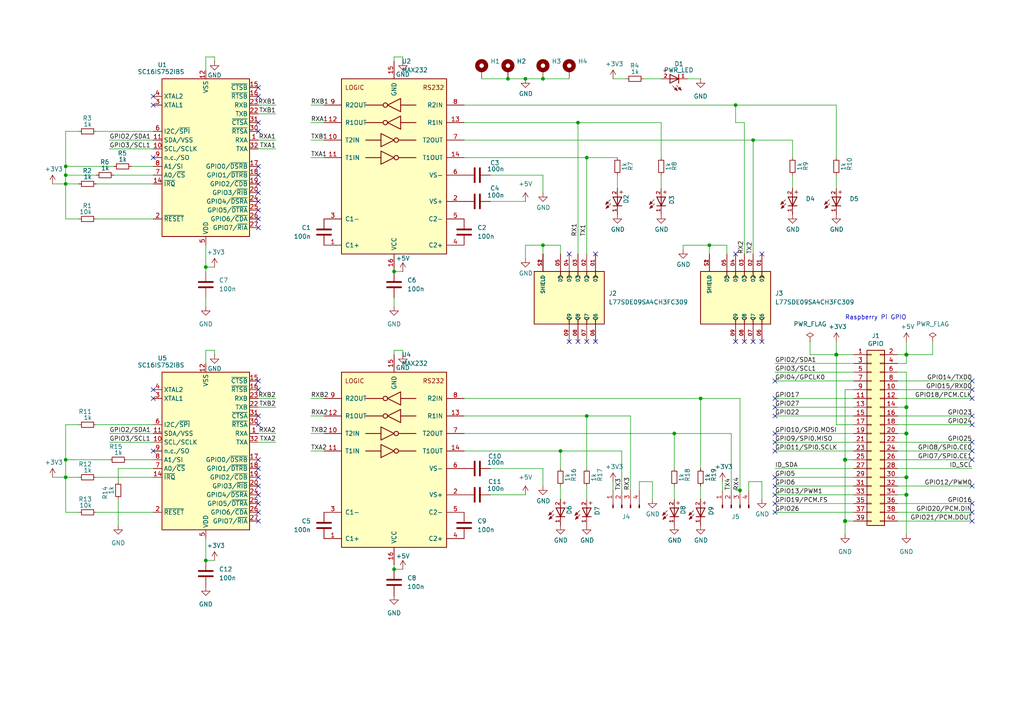
<source format=kicad_sch>
(kicad_sch (version 20231120) (generator "eeschema") (generator_version "8.0")
  (paper "A4")
  (title_block (title "Alex Harris Senior Capstone") (date "2025-01-13") (rev "2") (company "University of Utah"))
  (lib_symbols
    (symbol "+5V_1" (power) (pin_names (offset 0))
      (property "Value" "+5V" (at 0 3.556 0))
      (symbol "+5V_1_1_1"
        (pin power_in line (at 0 0 90) (length 0) hide (name "+5V") (number "1"))
      )
    )
    (symbol "Connector:Conn_01x04_Pin" (pin_names (offset 1.016) hide)
      (property "Reference" "J" (at 0 5.08 0))
      (property "Value" "Conn_01x04_Pin" (at 0 -7.62 0))
      (symbol "Conn_01x04_Pin_1_1"
        (pin passive line (at 5.08 2.54 180) (length 3.81) (name "Pin_1") (number "1"))
        (pin passive line (at 5.08 0 180) (length 3.81) (name "Pin_2") (number "2"))
        (pin passive line (at 5.08 -2.54 180) (length 3.81) (name "Pin_3") (number "3"))
        (pin passive line (at 5.08 -5.08 180) (length 3.81) (name "Pin_4") (number "4"))
      )
    )
    (symbol "Connector_Generic:Conn_02x20_Odd_Even" (pin_names (offset 1.016) hide)
      (property "Reference" "J" (at 1.27 25.4 0))
      (property "Value" "Conn_02x20_Odd_Even" (at 1.27 -27.94 0))
      (symbol "Conn_02x20_Odd_Even_1_1"
        (pin passive line (at -5.08 22.86 0) (length 3.81) (name "Pin_1") (number "1"))
        (pin passive line (at 7.62 12.7 180) (length 3.81) (name "Pin_10") (number "10"))
        (pin passive line (at -5.08 10.16 0) (length 3.81) (name "Pin_11") (number "11"))
        (pin passive line (at 7.62 10.16 180) (length 3.81) (name "Pin_12") (number "12"))
        (pin passive line (at -5.08 7.62 0) (length 3.81) (name "Pin_13") (number "13"))
        (pin passive line (at 7.62 7.62 180) (length 3.81) (name "Pin_14") (number "14"))
        (pin passive line (at -5.08 5.08 0) (length 3.81) (name "Pin_15") (number "15"))
        (pin passive line (at 7.62 5.08 180) (length 3.81) (name "Pin_16") (number "16"))
        (pin passive line (at -5.08 2.54 0) (length 3.81) (name "Pin_17") (number "17"))
        (pin passive line (at 7.62 2.54 180) (length 3.81) (name "Pin_18") (number "18"))
        (pin passive line (at -5.08 0 0) (length 3.81) (name "Pin_19") (number "19"))
        (pin passive line (at 7.62 22.86 180) (length 3.81) (name "Pin_2") (number "2"))
        (pin passive line (at 7.62 0 180) (length 3.81) (name "Pin_20") (number "20"))
        (pin passive line (at -5.08 -2.54 0) (length 3.81) (name "Pin_21") (number "21"))
        (pin passive line (at 7.62 -2.54 180) (length 3.81) (name "Pin_22") (number "22"))
        (pin passive line (at -5.08 -5.08 0) (length 3.81) (name "Pin_23") (number "23"))
        (pin passive line (at 7.62 -5.08 180) (length 3.81) (name "Pin_24") (number "24"))
        (pin passive line (at -5.08 -7.62 0) (length 3.81) (name "Pin_25") (number "25"))
        (pin passive line (at 7.62 -7.62 180) (length 3.81) (name "Pin_26") (number "26"))
        (pin passive line (at -5.08 -10.16 0) (length 3.81) (name "Pin_27") (number "27"))
        (pin passive line (at 7.62 -10.16 180) (length 3.81) (name "Pin_28") (number "28"))
        (pin passive line (at -5.08 -12.7 0) (length 3.81) (name "Pin_29") (number "29"))
        (pin passive line (at -5.08 20.32 0) (length 3.81) (name "Pin_3") (number "3"))
        (pin passive line (at 7.62 -12.7 180) (length 3.81) (name "Pin_30") (number "30"))
        (pin passive line (at -5.08 -15.24 0) (length 3.81) (name "Pin_31") (number "31"))
        (pin passive line (at 7.62 -15.24 180) (length 3.81) (name "Pin_32") (number "32"))
        (pin passive line (at -5.08 -17.78 0) (length 3.81) (name "Pin_33") (number "33"))
        (pin passive line (at 7.62 -17.78 180) (length 3.81) (name "Pin_34") (number "34"))
        (pin passive line (at -5.08 -20.32 0) (length 3.81) (name "Pin_35") (number "35"))
        (pin passive line (at 7.62 -20.32 180) (length 3.81) (name "Pin_36") (number "36"))
        (pin passive line (at -5.08 -22.86 0) (length 3.81) (name "Pin_37") (number "37"))
        (pin passive line (at 7.62 -22.86 180) (length 3.81) (name "Pin_38") (number "38"))
        (pin passive line (at -5.08 -25.4 0) (length 3.81) (name "Pin_39") (number "39"))
        (pin passive line (at 7.62 20.32 180) (length 3.81) (name "Pin_4") (number "4"))
        (pin passive line (at 7.62 -25.4 180) (length 3.81) (name "Pin_40") (number "40"))
        (pin passive line (at -5.08 17.78 0) (length 3.81) (name "Pin_5") (number "5"))
        (pin passive line (at 7.62 17.78 180) (length 3.81) (name "Pin_6") (number "6"))
        (pin passive line (at -5.08 15.24 0) (length 3.81) (name "Pin_7") (number "7"))
        (pin passive line (at 7.62 15.24 180) (length 3.81) (name "Pin_8") (number "8"))
        (pin passive line (at -5.08 12.7 0) (length 3.81) (name "Pin_9") (number "9"))
      )
    )
    (symbol "Device:C" (pin_numbers hide) (pin_names (offset 0.254))
      (property "Reference" "C" (at 0.635 2.54 0))
      (property "Value" "C" (at 0.635 -2.54 0))
      (symbol "C_1_1"
        (pin passive line (at 0 3.81 270) (length 2.794) (name "~") (number "1"))
        (pin passive line (at 0 -3.81 90) (length 2.794) (name "~") (number "2"))
      )
    )
    (symbol "Device:R_Small" (pin_numbers hide) (pin_names (offset 0.254) hide)
      (property "Reference" "R" (at 0.762 0.508 0))
      (property "Value" "R_Small" (at 0.762 -1.016 0))
      (symbol "R_Small_1_1"
        (pin passive line (at 0 2.54 270) (length 0.762) (name "~") (number "1"))
        (pin passive line (at 0 -2.54 90) (length 0.762) (name "~") (number "2"))
      )
    )
    (symbol "GND_1" (power) (pin_numbers hide) (pin_names (offset 0) hide)
      (property "Value" "GND" (at 0 -3.81 0))
      (symbol "GND_1_1_1"
        (pin power_in line (at 0 0 270) (length 0) (name "~") (number "1"))
      )
    )
    (symbol "Interface_UART:MAX232" (pin_names (offset 1.016))
      (property "Reference" "U" (at -2.54 28.575 0))
      (property "Value" "MAX232" (at -2.54 26.67 0))
      (symbol "MAX232_0_0"
        (text "LOGIC" (at -11.43 -22.86 0) (effects (font (size 1.27 1.27))))
        (text "RS232" (at 11.43 -22.86 0) (effects (font (size 1.27 1.27))))
      )
      (symbol "MAX232_1_1"
        (pin passive line (at -20.32 22.86 0) (length 5.08) (name "C1+") (number "1"))
        (pin input line (at -20.32 -7.62 0) (length 5.08) (name "T2IN") (number "10"))
        (pin input line (at -20.32 -2.54 0) (length 5.08) (name "T1IN") (number "11"))
        (pin output line (at -20.32 -12.7 0) (length 5.08) (name "R1OUT") (number "12"))
        (pin input line (at 20.32 -12.7 180) (length 5.08) (name "R1IN") (number "13"))
        (pin output line (at 20.32 -2.54 180) (length 5.08) (name "T1OUT") (number "14"))
        (pin power_in line (at 0 -30.48 90) (length 5.08) (name "GND") (number "15"))
        (pin power_in line (at 0 30.48 270) (length 5.08) (name "VCC") (number "16"))
        (pin power_out line (at 20.32 10.16 180) (length 5.08) (name "VS+") (number "2"))
        (pin passive line (at -20.32 15.24 0) (length 5.08) (name "C1-") (number "3"))
        (pin passive line (at 20.32 22.86 180) (length 5.08) (name "C2+") (number "4"))
        (pin passive line (at 20.32 15.24 180) (length 5.08) (name "C2-") (number "5"))
        (pin power_out line (at 20.32 2.54 180) (length 5.08) (name "VS-") (number "6"))
        (pin output line (at 20.32 -7.62 180) (length 5.08) (name "T2OUT") (number "7"))
        (pin input line (at 20.32 -17.78 180) (length 5.08) (name "R2IN") (number "8"))
        (pin output line (at -20.32 -17.78 0) (length 5.08) (name "R2OUT") (number "9"))
      )
    )
    (symbol "Interface_UART:SC16IS752IBS"
      (property "Reference" "U" (at -11.43 24.13 0))
      (property "Value" "SC16IS752IBS" (at 7.62 24.13 0))
      (symbol "SC16IS752IBS_1_1"
        (pin input line (at 15.24 -5.08 180) (length 2.54) (name "RXA") (number "1"))
        (pin input line (at -15.24 -2.54 0) (length 2.54) (name "SCL/SCLK") (number "10"))
        (pin bidirectional line (at -15.24 -5.08 0) (length 2.54) (name "SDA/VSS") (number "11"))
        (pin power_in line (at 0 -25.4 90) (length 2.54) (name "VSS") (number "12"))
        (pin passive line (at 0 25.4 270) (length 2.54) hide (name "VDD") (number "13"))
        (pin open_collector line (at -15.24 7.62 0) (length 2.54) (name "~{IRQ}") (number "14"))
        (pin input line (at 15.24 -20.32 180) (length 2.54) (name "~{CTSB}") (number "15"))
        (pin output line (at 15.24 -17.78 180) (length 2.54) (name "~{RTSB}") (number "16"))
        (pin bidirectional line (at 15.24 2.54 180) (length 2.54) (name "GPIO0/~{DSRB}") (number "17"))
        (pin bidirectional line (at 15.24 5.08 180) (length 2.54) (name "GPIO1/~{DTRB}") (number "18"))
        (pin bidirectional line (at 15.24 7.62 180) (length 2.54) (name "GPIO2/~{CDB}") (number "19"))
        (pin input line (at -15.24 17.78 0) (length 2.54) (name "~{RESET}") (number "2"))
        (pin bidirectional line (at 15.24 10.16 180) (length 2.54) (name "GPIO3/~{RIB}") (number "20"))
        (pin passive line (at 0 -25.4 90) (length 2.54) hide (name "VSS") (number "21"))
        (pin output line (at 15.24 -12.7 180) (length 2.54) (name "TXB") (number "22"))
        (pin input line (at 15.24 -15.24 180) (length 2.54) (name "RXB") (number "23"))
        (pin bidirectional line (at 15.24 12.7 180) (length 2.54) (name "GPIO4/~{DSRA}") (number "24"))
        (pin bidirectional line (at 15.24 15.24 180) (length 2.54) (name "GPIO5/~{DTRA}") (number "25"))
        (pin bidirectional line (at 15.24 17.78 180) (length 2.54) (name "GPIO6/~{CDA}") (number "26"))
        (pin bidirectional line (at 15.24 20.32 180) (length 2.54) (name "GPIO7/~{RIA}") (number "27"))
        (pin passive line (at 0 25.4 270) (length 2.54) hide (name "VDD") (number "28"))
        (pin passive line (at 0 -25.4 90) (length 2.54) hide (name "VSS") (number "29"))
        (pin input line (at -15.24 -15.24 0) (length 2.54) (name "XTAL1") (number "3"))
        (pin output line (at 15.24 -7.62 180) (length 2.54) (name "~{RTSA}") (number "30"))
        (pin input line (at 15.24 -10.16 180) (length 2.54) (name "~{CTSA}") (number "31"))
        (pin output line (at 15.24 -2.54 180) (length 2.54) (name "TXA") (number "32"))
        (pin passive line (at 0 -25.4 90) (length 2.54) hide (name "VSS") (number "33"))
        (pin output line (at -15.24 -17.78 0) (length 2.54) (name "XTAL2") (number "4"))
        (pin power_in line (at 0 25.4 270) (length 2.54) (name "VDD") (number "5"))
        (pin input line (at -15.24 -7.62 0) (length 2.54) (name "I2C/~{SPI}") (number "6"))
        (pin input line (at -15.24 5.08 0) (length 2.54) (name "A0/~{CS}") (number "7"))
        (pin input line (at -15.24 2.54 0) (length 2.54) (name "A1/SI") (number "8"))
        (pin output line (at -15.24 0 0) (length 2.54) (name "n.c./SO") (number "9"))
      )
    )
    (symbol "L77SDE09SA4CH3FC309:L77SDE09SA4CH3FC309" (pin_names (offset 1.016))
      (property "Reference" "J" (at -7.62 11.43 0))
      (property "Value" "L77SDE09SA4CH3FC309" (at -7.62 -12.7 0))
      (symbol "L77SDE09SA4CH3FC309_0_0"
        (pin passive line (at -12.7 7.62 0) (length 5.08) (name "01") (number "01"))
        (pin passive line (at -12.7 5.08 0) (length 5.08) (name "02") (number "02"))
        (pin passive line (at -12.7 2.54 0) (length 5.08) (name "03") (number "03"))
        (pin passive line (at -12.7 0 0) (length 5.08) (name "04") (number "04"))
        (pin passive line (at -12.7 -2.54 0) (length 5.08) (name "05") (number "05"))
        (pin passive line (at 12.7 7.62 180) (length 5.08) (name "06") (number "06"))
        (pin passive line (at 12.7 5.08 180) (length 5.08) (name "07") (number "07"))
        (pin passive line (at 12.7 2.54 180) (length 5.08) (name "08") (number "08"))
        (pin passive line (at 12.7 0 180) (length 5.08) (name "09") (number "09"))
        (pin passive line (at -12.7 -7.62 0) (length 5.08) (name "SHIELD") (number "S1"))
        (pin passive line (at -12.7 -7.62 0) (length 5.08) (name "SHIELD") (number "S2"))
      )
    )
    (symbol "Mechanical:MountingHole_Pad" (pin_numbers hide) (pin_names (offset 1.016) hide) (exclude_from_sim yes) (in_bom no)
      (property "Reference" "H" (at 0 6.35 0))
      (property "Value" "MountingHole_Pad" (at 0 4.445 0))
      (symbol "MountingHole_Pad_1_1"
        (pin input line (at 0 -2.54 90) (length 2.54) (name "1") (number "1"))
      )
    )
    (symbol "WL-SMCW_0603:WL-SMCW_0603" (pin_names (offset 1.016))
      (property "Reference" "D" (at -1.988 3.972 0))
      (property "Value" "WL-SMCW_0603" (at -2.628 -3.928 0))
      (symbol "WL-SMCW_0603_0_0"
        (text "+" (at 3.08 -1.74 0) (effects (font (size 1.27 1.27)) (justify left bottom)))
        (pin passive line (at -2.54 0 0) (length 2.54) (name "~") (number "1"))
        (pin passive line (at 5.08 0 180) (length 2.54) (name "~") (number "2"))
      )
    )
    (symbol "power:+3.3V" (power) (pin_names (offset 0))
      (property "Value" "+3.3V" (at 0 3.556 0))
      (symbol "+3.3V_1_1"
        (pin power_in line (at 0 0 90) (length 0) hide (name "+3V3") (number "1"))
      )
    )
    (symbol "power:+5V" (power) (pin_numbers hide) (pin_names (offset 0) hide)
      (property "Value" "+5V" (at 0 3.556 0))
      (symbol "+5V_1_1"
        (pin power_in line (at 0 0 90) (length 0) (name "~") (number "1"))
      )
    )
    (symbol "power:GND" (power) (pin_names (offset 0))
      (property "Value" "GND" (at 0 -3.81 0))
      (symbol "GND_1_1"
        (pin power_in line (at 0 0 270) (length 0) hide (name "GND") (number "1"))
      )
    )
    (symbol "power:PWR_FLAG" (power) (pin_numbers hide) (pin_names (offset 0) hide)
      (property "Value" "PWR_FLAG" (at 0 3.81 0))
      (symbol "PWR_FLAG_0_0"
        (pin power_out line (at 0 0 90) (length 0) (name "~") (number "1"))
      )
    )
  )
  (junction (at 205.74 71.12))
  (junction (at 19.05 50.8))
  (junction (at 262.89 102.87) (diameter 1.016))
  (junction (at 262.89 118.11) (diameter 1.016))
  (junction (at 214.63 142.24))
  (junction (at 170.18 120.65))
  (junction (at 218.44 40.64))
  (junction (at 19.05 138.43))
  (junction (at 19.05 53.34))
  (junction (at 59.69 77.47))
  (junction (at 114.3 78.74))
  (junction (at 170.18 45.72))
  (junction (at 59.69 162.56))
  (junction (at 213.36 30.48))
  (junction (at 245.11 151.13) (diameter 1.016))
  (junction (at 114.3 165.1))
  (junction (at 167.64 35.56))
  (junction (at 245.11 133.35) (diameter 1.016))
  (junction (at 262.89 143.51) (diameter 1.016))
  (junction (at 152.4 22.86))
  (junction (at 162.56 130.81))
  (junction (at 203.2 115.57))
  (junction (at 19.05 133.35))
  (junction (at 262.89 138.43) (diameter 1.016))
  (junction (at 147.32 22.86))
  (junction (at 157.48 22.86))
  (junction (at 195.58 125.73))
  (junction (at 262.89 125.73) (diameter 1.016))
  (junction (at 19.05 48.26))
  (junction (at 242.57 102.87) (diameter 1.016))
  (junction (at 157.48 71.12))
  (no_connect (at 220.98 99.06))
  (no_connect (at 281.94 120.65))
  (no_connect (at 44.45 130.81))
  (no_connect (at 74.93 48.26))
  (no_connect (at 44.45 45.72))
  (no_connect (at 44.45 113.03))
  (no_connect (at 281.94 130.81))
  (no_connect (at 281.94 151.13))
  (no_connect (at 281.94 146.05))
  (no_connect (at 74.93 27.94))
  (no_connect (at 215.9 99.06))
  (no_connect (at 74.93 123.19))
  (no_connect (at 74.93 140.97))
  (no_connect (at 74.93 38.1))
  (no_connect (at 165.1 73.66))
  (no_connect (at 213.36 99.06))
  (no_connect (at 224.79 130.81))
  (no_connect (at 74.93 25.4))
  (no_connect (at 74.93 66.04))
  (no_connect (at 170.18 99.06))
  (no_connect (at 281.94 128.27))
  (no_connect (at 281.94 113.03))
  (no_connect (at 44.45 30.48))
  (no_connect (at 281.94 148.59))
  (no_connect (at 74.93 113.03))
  (no_connect (at 281.94 123.19))
  (no_connect (at 224.79 128.27))
  (no_connect (at 74.93 110.49))
  (no_connect (at 224.79 120.65))
  (no_connect (at 224.79 140.97))
  (no_connect (at 224.79 138.43))
  (no_connect (at 74.93 135.89))
  (no_connect (at 224.79 110.49))
  (no_connect (at 74.93 60.96))
  (no_connect (at 74.93 138.43))
  (no_connect (at 224.79 115.57))
  (no_connect (at 74.93 50.8))
  (no_connect (at 213.36 73.66))
  (no_connect (at 74.93 120.65))
  (no_connect (at 74.93 55.88))
  (no_connect (at 281.94 140.97))
  (no_connect (at 281.94 115.57))
  (no_connect (at 74.93 133.35))
  (no_connect (at 44.45 27.94))
  (no_connect (at 74.93 148.59))
  (no_connect (at 74.93 151.13))
  (no_connect (at 74.93 63.5))
  (no_connect (at 224.79 146.05))
  (no_connect (at 218.44 99.06))
  (no_connect (at 224.79 143.51))
  (no_connect (at 74.93 35.56))
  (no_connect (at 165.1 99.06))
  (no_connect (at 220.98 73.66))
  (no_connect (at 172.72 73.66))
  (no_connect (at 224.79 118.11))
  (no_connect (at 44.45 115.57))
  (no_connect (at 224.79 125.73))
  (no_connect (at 167.64 99.06))
  (no_connect (at 281.94 110.49))
  (no_connect (at 224.79 148.59))
  (no_connect (at 74.93 143.51))
  (no_connect (at 74.93 146.05))
  (no_connect (at 281.94 133.35))
  (no_connect (at 172.72 99.06))
  (no_connect (at 74.93 58.42))
  (no_connect (at 74.93 53.34))
  (wire (pts (xy 245.11 133.35) (xy 245.11 151.13)))
  (wire (pts (xy 260.35 133.35) (xy 281.94 133.35)))
  (wire (pts (xy 31.75 128.27) (xy 44.45 128.27)))
  (wire (pts (xy 19.05 63.5) (xy 22.86 63.5)))
  (wire (pts (xy 247.65 115.57) (xy 224.79 115.57)))
  (wire (pts (xy 59.69 101.6) (xy 62.23 101.6)))
  (wire (pts (xy 262.89 107.95) (xy 262.89 118.11)))
  (wire (pts (xy 262.89 125.73) (xy 260.35 125.73)))
  (wire (pts (xy 185.42 139.7) (xy 185.42 142.24)))
  (wire (pts (xy 19.05 138.43) (xy 22.86 138.43)))
  (wire (pts (xy 134.62 35.56) (xy 167.64 35.56)))
  (wire (pts (xy 214.63 142.24) (xy 213.36 142.24)))
  (wire (pts (xy 114.3 17.78) (xy 114.3 16.51)))
  (wire (pts (xy 262.89 138.43) (xy 262.89 143.51)))
  (wire (pts (xy 209.55 139.7) (xy 209.55 142.24)))
  (wire (pts (xy 177.8 139.7) (xy 177.8 142.24)))
  (wire (pts (xy 195.58 140.97) (xy 195.58 144.78)))
  (wire (pts (xy 34.29 144.78) (xy 34.29 152.4)))
  (wire (pts (xy 139.7 22.86) (xy 147.32 22.86)))
  (wire (pts (xy 205.74 71.12) (xy 210.82 71.12)))
  (wire (pts (xy 74.93 33.02) (xy 80.01 33.02)))
  (wire (pts (xy 19.05 53.34) (xy 19.05 50.8)))
  (wire (pts (xy 262.89 125.73) (xy 262.89 138.43)))
  (wire (pts (xy 90.17 125.73) (xy 93.98 125.73)))
  (wire (pts (xy 203.2 140.97) (xy 203.2 144.78)))
  (wire (pts (xy 260.35 110.49) (xy 281.94 110.49)))
  (wire (pts (xy 59.69 20.32) (xy 59.69 16.51)))
  (wire (pts (xy 185.42 139.7) (xy 189.23 139.7)))
  (wire (pts (xy 27.94 123.19) (xy 44.45 123.19)))
  (wire (pts (xy 116.84 101.6) (xy 116.84 102.87)))
  (wire (pts (xy 245.11 113.03) (xy 245.11 133.35)))
  (wire (pts (xy 90.17 115.57) (xy 93.98 115.57)))
  (wire (pts (xy 212.09 125.73) (xy 212.09 142.24)))
  (wire (pts (xy 114.3 78.74) (xy 116.84 78.74)))
  (wire (pts (xy 162.56 140.97) (xy 162.56 144.78)))
  (wire (pts (xy 31.75 40.64) (xy 44.45 40.64)))
  (wire (pts (xy 198.12 71.12) (xy 205.74 71.12)))
  (wire (pts (xy 245.11 113.03) (xy 247.65 113.03)))
  (wire (pts (xy 260.35 130.81) (xy 281.94 130.81)))
  (wire (pts (xy 19.05 48.26) (xy 19.05 38.1)))
  (wire (pts (xy 247.65 135.89) (xy 224.79 135.89)))
  (wire (pts (xy 19.05 123.19) (xy 22.86 123.19)))
  (wire (pts (xy 19.05 133.35) (xy 19.05 123.19)))
  (wire (pts (xy 224.79 138.43) (xy 247.65 138.43)))
  (wire (pts (xy 205.74 71.12) (xy 205.74 73.66)))
  (wire (pts (xy 27.94 138.43) (xy 44.45 138.43)))
  (wire (pts (xy 198.12 71.12) (xy 198.12 72.39)))
  (wire (pts (xy 114.3 102.87) (xy 114.3 101.6)))
  (wire (pts (xy 90.17 35.56) (xy 93.98 35.56)))
  (wire (pts (xy 245.11 133.35) (xy 247.65 133.35)))
  (wire (pts (xy 199.39 22.86) (xy 203.2 22.86)))
  (wire (pts (xy 213.36 30.48) (xy 242.57 30.48)))
  (wire (pts (xy 38.1 48.26) (xy 44.45 48.26)))
  (wire (pts (xy 34.29 135.89) (xy 44.45 135.89)))
  (wire (pts (xy 90.17 30.48) (xy 93.98 30.48)))
  (wire (pts (xy 260.35 120.65) (xy 281.94 120.65)))
  (wire (pts (xy 27.94 38.1) (xy 44.45 38.1)))
  (wire (pts (xy 157.48 71.12) (xy 157.48 73.66)))
  (wire (pts (xy 59.69 16.51) (xy 62.23 16.51)))
  (wire (pts (xy 167.64 35.56) (xy 167.64 73.66)))
  (wire (pts (xy 191.77 35.56) (xy 191.77 45.72)))
  (wire (pts (xy 260.35 151.13) (xy 281.94 151.13)))
  (wire (pts (xy 245.11 151.13) (xy 245.11 154.94)))
  (wire (pts (xy 224.79 118.11) (xy 247.65 118.11)))
  (wire (pts (xy 134.62 115.57) (xy 203.2 115.57)))
  (wire (pts (xy 134.62 125.73) (xy 195.58 125.73)))
  (wire (pts (xy 242.57 99.06) (xy 242.57 102.87)))
  (wire (pts (xy 114.3 16.51) (xy 116.84 16.51)))
  (wire (pts (xy 59.69 105.41) (xy 59.69 101.6)))
  (wire (pts (xy 19.05 50.8) (xy 27.94 50.8)))
  (wire (pts (xy 217.17 139.7) (xy 220.98 139.7)))
  (wire (pts (xy 90.17 45.72) (xy 93.98 45.72)))
  (wire (pts (xy 203.2 115.57) (xy 214.63 115.57)))
  (wire (pts (xy 114.3 165.1) (xy 116.84 165.1)))
  (wire (pts (xy 262.89 143.51) (xy 260.35 143.51)))
  (wire (pts (xy 262.89 102.87) (xy 270.51 102.87)))
  (wire (pts (xy 134.62 30.48) (xy 213.36 30.48)))
  (wire (pts (xy 224.79 107.95) (xy 247.65 107.95)))
  (wire (pts (xy 180.34 130.81) (xy 180.34 142.24)))
  (wire (pts (xy 162.56 130.81) (xy 180.34 130.81)))
  (wire (pts (xy 27.94 148.59) (xy 44.45 148.59)))
  (wire (pts (xy 242.57 30.48) (xy 242.57 45.72)))
  (wire (pts (xy 217.17 139.7) (xy 217.17 142.24)))
  (wire (pts (xy 191.77 50.8) (xy 191.77 54.61)))
  (wire (pts (xy 224.79 130.81) (xy 247.65 130.81)))
  (wire (pts (xy 234.95 99.06) (xy 234.95 102.87)))
  (wire (pts (xy 170.18 45.72) (xy 170.18 73.66)))
  (wire (pts (xy 167.64 35.56) (xy 191.77 35.56)))
  (wire (pts (xy 242.57 123.19) (xy 247.65 123.19)))
  (wire (pts (xy 270.51 102.87) (xy 270.51 99.06)))
  (wire (pts (xy 19.05 63.5) (xy 19.05 53.34)))
  (wire (pts (xy 74.93 43.18) (xy 80.01 43.18)))
  (wire (pts (xy 19.05 53.34) (xy 22.86 53.34)))
  (wire (pts (xy 59.69 78.74) (xy 59.69 77.47)))
  (wire (pts (xy 247.65 105.41) (xy 224.79 105.41)))
  (wire (pts (xy 170.18 140.97) (xy 170.18 144.78)))
  (wire (pts (xy 262.89 102.87) (xy 262.89 105.41)))
  (wire (pts (xy 203.2 115.57) (xy 203.2 135.89)))
  (wire (pts (xy 157.48 135.89) (xy 142.24 135.89)))
  (wire (pts (xy 214.63 115.57) (xy 214.63 142.24)))
  (wire (pts (xy 262.89 118.11) (xy 262.89 125.73)))
  (wire (pts (xy 90.17 130.81) (xy 93.98 130.81)))
  (wire (pts (xy 218.44 40.64) (xy 229.87 40.64)))
  (wire (pts (xy 19.05 133.35) (xy 31.75 133.35)))
  (wire (pts (xy 260.35 115.57) (xy 281.94 115.57)))
  (wire (pts (xy 229.87 40.64) (xy 229.87 45.72)))
  (wire (pts (xy 262.89 118.11) (xy 260.35 118.11)))
  (wire (pts (xy 90.17 120.65) (xy 93.98 120.65)))
  (wire (pts (xy 31.75 125.73) (xy 44.45 125.73)))
  (wire (pts (xy 215.9 35.56) (xy 213.36 35.56)))
  (wire (pts (xy 134.62 45.72) (xy 170.18 45.72)))
  (wire (pts (xy 262.89 99.06) (xy 262.89 102.87)))
  (wire (pts (xy 220.98 139.7) (xy 220.98 144.78)))
  (wire (pts (xy 157.48 50.8) (xy 142.24 50.8)))
  (wire (pts (xy 114.3 86.36) (xy 114.3 88.9)))
  (wire (pts (xy 224.79 110.49) (xy 247.65 110.49)))
  (wire (pts (xy 186.69 22.86) (xy 191.77 22.86)))
  (wire (pts (xy 147.32 22.86) (xy 152.4 22.86)))
  (wire (pts (xy 262.89 102.87) (xy 260.35 102.87)))
  (wire (pts (xy 242.57 102.87) (xy 242.57 123.19)))
  (wire (pts (xy 260.35 123.19) (xy 281.94 123.19)))
  (wire (pts (xy 59.69 156.21) (xy 59.69 162.56)))
  (wire (pts (xy 157.48 140.97) (xy 157.48 135.89)))
  (wire (pts (xy 260.35 113.03) (xy 281.94 113.03)))
  (wire (pts (xy 59.69 86.36) (xy 59.69 88.9)))
  (wire (pts (xy 195.58 125.73) (xy 212.09 125.73)))
  (wire (pts (xy 234.95 102.87) (xy 242.57 102.87)))
  (wire (pts (xy 218.44 40.64) (xy 218.44 73.66)))
  (wire (pts (xy 229.87 50.8) (xy 229.87 54.61)))
  (wire (pts (xy 242.57 50.8) (xy 242.57 54.61)))
  (wire (pts (xy 170.18 120.65) (xy 170.18 135.89)))
  (wire (pts (xy 224.79 120.65) (xy 247.65 120.65)))
  (wire (pts (xy 224.79 128.27) (xy 247.65 128.27)))
  (wire (pts (xy 152.4 71.12) (xy 157.48 71.12)))
  (wire (pts (xy 19.05 50.8) (xy 19.05 48.26)))
  (wire (pts (xy 215.9 35.56) (xy 215.9 73.66)))
  (wire (pts (xy 162.56 71.12) (xy 162.56 73.66)))
  (wire (pts (xy 177.8 22.86) (xy 181.61 22.86)))
  (wire (pts (xy 19.05 38.1) (xy 22.86 38.1)))
  (wire (pts (xy 74.93 125.73) (xy 80.01 125.73)))
  (wire (pts (xy 170.18 120.65) (xy 182.88 120.65)))
  (wire (pts (xy 224.79 140.97) (xy 247.65 140.97)))
  (wire (pts (xy 27.94 53.34) (xy 44.45 53.34)))
  (wire (pts (xy 262.89 105.41) (xy 260.35 105.41)))
  (wire (pts (xy 116.84 16.51) (xy 116.84 17.78)))
  (wire (pts (xy 114.3 163.83) (xy 114.3 165.1)))
  (wire (pts (xy 15.24 138.43) (xy 19.05 138.43)))
  (wire (pts (xy 224.79 146.05) (xy 247.65 146.05)))
  (wire (pts (xy 213.36 35.56) (xy 213.36 30.48)))
  (wire (pts (xy 157.48 22.86) (xy 165.1 22.86)))
  (wire (pts (xy 74.93 118.11) (xy 80.01 118.11)))
  (wire (pts (xy 33.02 50.8) (xy 44.45 50.8)))
  (wire (pts (xy 34.29 139.7) (xy 34.29 135.89)))
  (wire (pts (xy 260.35 146.05) (xy 281.94 146.05)))
  (wire (pts (xy 195.58 125.73) (xy 195.58 135.89)))
  (wire (pts (xy 114.3 101.6) (xy 116.84 101.6)))
  (wire (pts (xy 62.23 162.56) (xy 59.69 162.56)))
  (wire (pts (xy 260.35 140.97) (xy 281.94 140.97)))
  (wire (pts (xy 245.11 151.13) (xy 247.65 151.13)))
  (wire (pts (xy 19.05 148.59) (xy 22.86 148.59)))
  (wire (pts (xy 260.35 148.59) (xy 281.94 148.59)))
  (wire (pts (xy 210.82 71.12) (xy 210.82 73.66)))
  (wire (pts (xy 262.89 107.95) (xy 260.35 107.95)))
  (wire (pts (xy 74.93 115.57) (xy 80.01 115.57)))
  (wire (pts (xy 62.23 101.6) (xy 62.23 102.87)))
  (wire (pts (xy 19.05 133.35) (xy 19.05 138.43)))
  (wire (pts (xy 224.79 148.59) (xy 247.65 148.59)))
  (wire (pts (xy 62.23 77.47) (xy 59.69 77.47)))
  (wire (pts (xy 134.62 130.81) (xy 162.56 130.81)))
  (wire (pts (xy 19.05 48.26) (xy 33.02 48.26)))
  (wire (pts (xy 162.56 130.81) (xy 162.56 135.89)))
  (wire (pts (xy 27.94 63.5) (xy 44.45 63.5)))
  (wire (pts (xy 90.17 40.64) (xy 93.98 40.64)))
  (wire (pts (xy 74.93 128.27) (xy 80.01 128.27)))
  (wire (pts (xy 142.24 58.42) (xy 152.4 58.42)))
  (wire (pts (xy 189.23 139.7) (xy 189.23 144.78)))
  (wire (pts (xy 157.48 55.88) (xy 157.48 50.8)))
  (wire (pts (xy 157.48 71.12) (xy 162.56 71.12)))
  (wire (pts (xy 36.83 133.35) (xy 44.45 133.35)))
  (wire (pts (xy 31.75 43.18) (xy 44.45 43.18)))
  (wire (pts (xy 134.62 40.64) (xy 218.44 40.64)))
  (wire (pts (xy 170.18 45.72) (xy 179.07 45.72)))
  (wire (pts (xy 262.89 143.51) (xy 262.89 154.94)))
  (wire (pts (xy 260.35 128.27) (xy 281.94 128.27)))
  (wire (pts (xy 247.65 143.51) (xy 224.79 143.51)))
  (wire (pts (xy 182.88 120.65) (xy 182.88 142.24)))
  (wire (pts (xy 152.4 22.86) (xy 157.48 22.86)))
  (wire (pts (xy 134.62 120.65) (xy 170.18 120.65)))
  (wire (pts (xy 74.93 40.64) (xy 80.01 40.64)))
  (wire (pts (xy 59.69 71.12) (xy 59.69 77.47)))
  (wire (pts (xy 262.89 138.43) (xy 260.35 138.43)))
  (wire (pts (xy 179.07 50.8) (xy 179.07 54.61)))
  (wire (pts (xy 152.4 71.12) (xy 152.4 74.93)))
  (wire (pts (xy 242.57 102.87) (xy 247.65 102.87)))
  (wire (pts (xy 74.93 30.48) (xy 80.01 30.48)))
  (wire (pts (xy 142.24 143.51) (xy 152.4 143.51)))
  (wire (pts (xy 62.23 16.51) (xy 62.23 17.78)))
  (wire (pts (xy 15.24 53.34) (xy 19.05 53.34)))
  (wire (pts (xy 19.05 148.59) (xy 19.05 138.43)))
  (wire (pts (xy 247.65 125.73) (xy 224.79 125.73)))
  (wire (pts (xy 260.35 135.89) (xy 281.94 135.89)))
  (text "Raspberry Pi GPIO\n" (at 254 92.202 0) (effects (font (size 1.27 1.27))))
  (label "RX4" (at 214.63 142.24 90))
  (label "ID_SDA" (at 224.79 135.89 0))
  (label "GPIO2{slash}SDA1" (at 31.75 40.64 0))
  (label "GPIO6" (at 224.79 140.97 0))
  (label "TXB1" (at 90.17 40.64 0))
  (label "TXB2" (at 90.17 125.73 0))
  (label "TX3" (at 180.34 142.24 90))
  (label "ID_SCL" (at 281.94 135.89 180))
  (label "GPIO5" (at 224.79 138.43 0))
  (label "GPIO3{slash}SCL1" (at 31.75 43.18 0))
  (label "TX4" (at 212.09 142.24 90))
  (label "GPIO21{slash}PCM.DOUT" (at 281.94 151.13 180))
  (label "GPIO19{slash}PCM.FS" (at 224.79 146.05 0))
  (label "GPIO10{slash}SPI0.MOSI" (at 224.79 125.73 0))
  (label "GPIO9{slash}SPI0.MISO" (at 224.79 128.27 0))
  (label "RXA2" (at 90.17 120.65 0))
  (label "GPIO23" (at 281.94 120.65 180))
  (label "RXA1" (at 80.01 40.64 180))
  (label "GPIO4{slash}GPCLK0" (at 224.79 110.49 0))
  (label "GPIO27" (at 224.79 118.11 0))
  (label "GPIO26" (at 224.79 148.59 0))
  (label "TXA1" (at 80.01 43.18 180))
  (label "GPIO14{slash}TXD0" (at 281.94 110.49 180))
  (label "GPIO2{slash}SDA1" (at 31.75 125.73 0))
  (label "GPIO8{slash}SPI0.CE0" (at 281.94 130.81 180))
  (label "GPIO15{slash}RXD0" (at 281.94 113.03 180))
  (label "RX2" (at 215.9 73.66 90))
  (label "GPIO16" (at 281.94 146.05 180))
  (label "RXA2" (at 80.01 125.73 180))
  (label "RXA1" (at 90.17 35.56 0))
  (label "RXB2" (at 80.01 115.57 180))
  (label "GPIO22" (at 224.79 120.65 0))
  (label "GPIO2{slash}SDA1" (at 224.79 105.41 0))
  (label "GPIO17" (at 224.79 115.57 0))
  (label "TXB1" (at 80.01 33.02 180))
  (label "GPIO3{slash}SCL1" (at 31.75 128.27 0))
  (label "GPIO25" (at 281.94 128.27 180))
  (label "RXB1" (at 90.17 30.48 0))
  (label "GPIO3{slash}SCL1" (at 224.79 107.95 0))
  (label "GPIO18{slash}PCM.CLK" (at 281.94 115.57 180))
  (label "GPIO12{slash}PWM0" (at 281.94 140.97 180))
  (label "TXA2" (at 90.17 130.81 0))
  (label "RX3" (at 182.88 142.24 90))
  (label "GPIO13{slash}PWM1" (at 224.79 143.51 0))
  (label "GPIO20{slash}PCM.DIN" (at 281.94 148.59 180))
  (label "RXB2" (at 90.17 115.57 0))
  (label "GPIO24" (at 281.94 123.19 180))
  (label "TX2" (at 218.44 73.66 90))
  (label "GPIO7{slash}SPI0.CE1" (at 281.94 133.35 180))
  (label "RX1" (at 167.64 68.58 90))
  (label "RXB1" (at 80.01 30.48 180))
  (label "TXA1" (at 90.17 45.72 0))
  (label "TXB2" (at 80.01 118.11 180))
  (label "TXA2" (at 80.01 128.27 180))
  (label "GPIO11{slash}SPI0.SCLK" (at 224.79 130.81 0))
  (label "TX1" (at 170.18 68.58 90))
  (symbol (lib_name "+5V_1") (lib_id "power:+5V") (at 262.89 99.06 0) (unit 1)
    (property "Reference" "#PWR01" (effects (hide yes)))
    (property "Value" "+5V" (at 263.2583 94.7356 0))
  )
  (symbol (lib_id "power:+3.3V") (at 242.57 99.06 0) (unit 1)
    (property "Reference" "#PWR04" (effects (hide yes)))
    (property "Value" "+3V3" (at 242.9383 94.7356 0))
  )
  (symbol (lib_id "Connector_Generic:Conn_02x20_Odd_Even") (at 252.73 125.73 0) (unit 1)
    (property "Reference" "J1" (at 254 97.3898 0))
    (property "Value" "GPIO" (at 254 99.695 0))
    (property "Footprint" "Connector_PinSocket_2.54mm:PinSocket_2x20_P2.54mm_Vertical" (effects (hide yes)))
  )
  (symbol (lib_id "power:GND") (at 198.12 72.39 0) (unit 1)
    (property "Reference" "#PWR06" (effects (hide yes)))
    (property "Value" "GND" (at 198.2343 76.7144 0))
  )
  (symbol (lib_id "Device:C") (at 93.98 67.31 0) (mirror y) (unit 1)
    (property "Reference" "C1" (at 90.17 66.0399 0) (effects (justify left)))
    (property "Value" "100n" (at 90.17 68.5799 0) (effects (justify left)))
    (property "Footprint" "Capacitor_SMD:C_0805_2012Metric" (effects (hide yes)))
    (property "Description" "Unpolarized capacitor" (effects (hide yes)))
  )
  (symbol (lib_id "Device:R_Small") (at 30.48 50.8 90) (unit 1)
    (property "Reference" "R6" (at 31.75 46.99 90) (effects (justify left)))
    (property "Value" "1k" (at 31.75 48.768 90) (effects (justify left)))
    (property "Footprint" "Resistor_SMD:R_0805_2012Metric_Pad1.20x1.40mm_HandSolder" (effects (hide yes)))
  )
  (symbol (lib_id "Device:R_Small") (at 34.29 133.35 90) (unit 1)
    (property "Reference" "R15" (at 35.56 129.54 90) (effects (justify left)))
    (property "Value" "1k" (at 35.56 131.318 90) (effects (justify left)))
    (property "Footprint" "Resistor_SMD:R_0805_2012Metric_Pad1.20x1.40mm_HandSolder" (effects (hide yes)))
  )
  (symbol (lib_id "Device:R_Small") (at 25.4 38.1 90) (unit 1)
    (property "Reference" "R3" (at 26.67 34.29 90) (effects (justify left)))
    (property "Value" "1k" (at 26.67 36.068 90) (effects (justify left)))
    (property "Footprint" "Resistor_SMD:R_0805_2012Metric_Pad1.20x1.40mm_HandSolder" (effects (hide yes)))
  )
  (symbol (lib_id "power:+3.3V") (at 15.24 53.34 0) (unit 1)
    (property "Reference" "#PWR012" (effects (hide yes)))
    (property "Value" "+3V3" (at 15.6083 49.0156 0))
  )
  (symbol (lib_id "power:+5V") (at 152.4 58.42 0) (unit 1)
    (property "Reference" "#PWR09" (effects (hide yes)))
    (property "Value" "+5V" (at 152.4 53.34 0))
    (property "Description" "Power symbol creates a global label with name \"+5V\"" (effects (hide yes)))
  )
  (symbol (lib_id "power:GND") (at 162.56 152.4 0) (unit 1)
    (property "Reference" "#PWR037" (effects (hide yes)))
    (property "Value" "GND" (at 162.6743 156.7244 0))
  )
  (symbol (lib_id "Device:C") (at 114.3 82.55 0) (unit 1)
    (property "Reference" "C6" (at 118.11 81.2799 0) (effects (justify left)))
    (property "Value" "100n" (at 118.11 83.8199 0) (effects (justify left)))
    (property "Footprint" "Capacitor_SMD:C_0805_2012Metric" (effects (hide yes)))
    (property "Description" "Unpolarized capacitor" (effects (hide yes)))
  )
  (symbol (lib_id "L77SDE09SA4CH3FC309:L77SDE09SA4CH3FC309") (at 213.36 86.36 270) (unit 1)
    (property "Reference" "J3" (at 224.79 85.0899 90) (effects (justify left)))
    (property "Value" "L77SDE09SA4CH3FC309" (at 224.79 87.6299 90) (effects (justify left)))
    (property "Footprint" "L77SDE09SA4CH3FC309:AMPHENOL_L77SDE09SA4CH3FC309" (effects (hide yes)))
    (property "MF" "Amphenol ICC (Commercial Products)" (effects (hide yes)))
    (property "MAXIMUM_PACKAGE_HEIGHT" "12.55mm" (effects (hide yes)))
    (property "Package" "None" (effects (hide yes)))
    (property "Price" "None" (effects (hide yes)))
    (property "Check_prices" "https://www.snapeda.com/parts/L77SDE09SA4CH3FC309/Amphenol/view-part/?ref=eda" (effects (hide yes)))
    (property "STANDARD" "Manufacturer Recommendations" (effects (hide yes)))
    (property "PARTREV" "1" (effects (hide yes)))
    (property "SnapEDA_Link" "https://www.snapeda.com/parts/L77SDE09SA4CH3FC309/Amphenol/view-part/?ref=snap" (effects (hide yes)))
    (property "MP" "L77SDE09SA4CH3FC309" (effects (hide yes)))
    (property "Description_1" "\n                        \n                            Dsub, Stamped Signal 3A, Right Angle PCB Through Hole, FP=8.08mm (0.318in), Row Pitch 2.84mm, 09 Socket, 0.76m (30in) Gold, Bright Tin Shell, M3 Front Screwlock, Ground Tab with Boardlock\n                        \n" (effects (hide yes)))
    (property "Availability" "In Stock" (effects (hide yes)))
    (property "MANUFACTURER" "Amphenol" (effects (hide yes)))
  )
  (symbol (lib_id "Device:C") (at 138.43 50.8 90) (unit 1)
    (property "Reference" "C3" (at 143.51 47.244 90))
    (property "Value" "100n" (at 143.764 49.022 90))
    (property "Footprint" "Capacitor_SMD:C_0805_2012Metric" (effects (hide yes)))
    (property "Description" "Unpolarized capacitor" (effects (hide yes)))
  )
  (symbol (lib_id "power:GND") (at 189.23 144.78 0) (unit 1)
    (property "Reference" "#PWR026" (effects (hide yes)))
    (property "Value" "GND" (at 189.3443 149.1044 0))
  )
  (symbol (lib_id "Mechanical:MountingHole_Pad") (at 139.7 20.32 0) (unit 1) (exclude_from_sim yes) (in_bom no)
    (property "Reference" "H1" (at 142.24 17.7799 0) (effects (justify left)))
    (property "Value" "MountingHole_Pad" (effects (hide yes)))
    (property "Footprint" "MountingHole:MountingHole_2.2mm_M2_ISO7380_Pad_TopBottom" (effects (hide yes)))
    (property "Description" "Mounting Hole with connection" (effects (hide yes)))
  )
  (symbol (lib_id "power:PWR_FLAG") (at 270.51 99.06 0) (unit 1)
    (property "Reference" "#FLG01" (effects (hide yes)))
    (property "Value" "PWR_FLAG" (at 270.51 93.98 0))
    (property "Description" "Special symbol for telling ERC where power comes from" (effects (hide yes)))
  )
  (symbol (lib_name "GND_1") (lib_id "power:GND") (at 114.3 172.72 0) (unit 1)
    (property "Reference" "#PWR023" (effects (hide yes)))
    (property "Value" "GND" (at 114.3 177.8 0))
    (property "Description" "Power symbol creates a global label with name \"GND\" , ground" (effects (hide yes)))
  )
  (symbol (lib_id "power:GND") (at 203.2 152.4 0) (unit 1)
    (property "Reference" "#PWR040" (effects (hide yes)))
    (property "Value" "GND" (at 203.3143 156.7244 0))
  )
  (symbol (lib_id "WL-SMCW_0603:WL-SMCW_0603") (at 191.77 59.69 90) (unit 1)
    (property "Reference" "D3" (at 194.818 56.642 0) (effects (justify right)))
    (property "Value" "WL-SMCW_0603" (effects (hide yes)))
    (property "Footprint" "WL-SMCW_0603:WL-SMCW_0603" (effects (hide yes)))
    (property "MF" "Wurth Elektronik" (effects (hide yes)))
    (property "Description_1" "0603, Bright Green, Typ.(@20mA): 570nm, 40mcd, 2.0V, 140° AlInGaP" (effects (hide yes)))
    (property "Package" "0603 Würth Elektronik" (effects (hide yes)))
    (property "Price" "None" (effects (hide yes)))
    (property "SnapEDA_Link" "https://www.snapeda.com/parts/150060VS75000/Wurth+Electronics/view-part/?ref=snap" (effects (hide yes)))
    (property "MP" "150060VS75000" (effects (hide yes)))
    (property "Availability" "In Stock" (effects (hide yes)))
    (property "Check_prices" "https://www.snapeda.com/parts/150060VS75000/Wurth+Electronics/view-part/?ref=eda" (effects (hide yes)))
  )
  (symbol (lib_id "Mechanical:MountingHole_Pad") (at 157.48 20.32 0) (unit 1) (exclude_from_sim yes) (in_bom no)
    (property "Reference" "H3" (at 160.02 17.7799 0) (effects (justify left)))
    (property "Value" "MountingHole_Pad" (effects (hide yes)))
    (property "Footprint" "MountingHole:MountingHole_2.2mm_M2_ISO7380_Pad_TopBottom" (effects (hide yes)))
    (property "Description" "Mounting Hole with connection" (effects (hide yes)))
  )
  (symbol (lib_id "power:+3.3V") (at 62.23 162.56 0) (unit 1)
    (property "Reference" "#PWR032" (effects (hide yes)))
    (property "Value" "+3V3" (at 62.5983 158.2356 0))
  )
  (symbol (lib_id "Device:R_Small") (at 162.56 138.43 0) (unit 1)
    (property "Reference" "R16" (at 166.37 139.7 90) (effects (justify left)))
    (property "Value" "1k" (at 164.592 139.7 90) (effects (justify left)))
    (property "Footprint" "Resistor_SMD:R_0805_2012Metric_Pad1.20x1.40mm_HandSolder" (effects (hide yes)))
  )
  (symbol (lib_id "Device:R_Small") (at 35.56 48.26 90) (unit 1)
    (property "Reference" "R5" (at 36.83 44.45 90) (effects (justify left)))
    (property "Value" "1k" (at 36.83 46.228 90) (effects (justify left)))
    (property "Footprint" "Resistor_SMD:R_0805_2012Metric_Pad1.20x1.40mm_HandSolder" (effects (hide yes)))
  )
  (symbol (lib_id "Device:R_Small") (at 25.4 148.59 90) (unit 1)
    (property "Reference" "R13" (at 26.67 144.78 90) (effects (justify left)))
    (property "Value" "10k" (at 26.67 146.558 90) (effects (justify left)))
    (property "Footprint" "Resistor_SMD:R_0805_2012Metric_Pad1.20x1.40mm_HandSolder" (effects (hide yes)))
  )
  (symbol (lib_name "GND_1") (lib_id "power:GND") (at 245.11 154.94 0) (unit 1)
    (property "Reference" "#PWR02" (effects (hide yes)))
    (property "Value" "GND" (at 245.11 160.02 0))
    (property "Description" "Power symbol creates a global label with name \"GND\" , ground" (effects (hide yes)))
  )
  (symbol (lib_id "WL-SMCW_0603:WL-SMCW_0603") (at 179.07 59.69 90) (unit 1)
    (property "Reference" "D2" (at 181.61 56.388 0) (effects (justify right)))
    (property "Value" "WL-SMCW_0603" (effects (hide yes)))
    (property "Footprint" "WL-SMCW_0603:WL-SMCW_0603" (effects (hide yes)))
    (property "MF" "Wurth Elektronik" (effects (hide yes)))
    (property "Description_1" "0603, Bright Green, Typ.(@20mA): 570nm, 40mcd, 2.0V, 140° AlInGaP" (effects (hide yes)))
    (property "Package" "0603 Würth Elektronik" (effects (hide yes)))
    (property "Price" "None" (effects (hide yes)))
    (property "SnapEDA_Link" "https://www.snapeda.com/parts/150060VS75000/Wurth+Electronics/view-part/?ref=snap" (effects (hide yes)))
    (property "MP" "150060VS75000" (effects (hide yes)))
    (property "Availability" "In Stock" (effects (hide yes)))
    (property "Check_prices" "https://www.snapeda.com/parts/150060VS75000/Wurth+Electronics/view-part/?ref=eda" (effects (hide yes)))
  )
  (symbol (lib_id "Mechanical:MountingHole_Pad") (at 165.1 20.32 0) (unit 1) (exclude_from_sim yes) (in_bom no)
    (property "Reference" "H4" (at 167.64 17.7799 0) (effects (justify left)))
    (property "Value" "MountingHole_Pad" (effects (hide yes)))
    (property "Footprint" "MountingHole:MountingHole_2.2mm_M2_ISO7380_Pad_TopBottom" (effects (hide yes)))
    (property "Description" "Mounting Hole with connection" (effects (hide yes)))
  )
  (symbol (lib_id "Device:C") (at 59.69 82.55 0) (unit 1)
    (property "Reference" "C7" (at 63.5 81.2799 0) (effects (justify left)))
    (property "Value" "100n" (at 63.5 83.8199 0) (effects (justify left)))
    (property "Footprint" "Capacitor_SMD:C_0805_2012Metric" (effects (hide yes)))
    (property "Description" "Unpolarized capacitor" (effects (hide yes)))
  )
  (symbol (lib_id "Mechanical:MountingHole_Pad") (at 147.32 20.32 0) (unit 1) (exclude_from_sim yes) (in_bom no)
    (property "Reference" "H2" (at 149.86 17.7799 0) (effects (justify left)))
    (property "Value" "MountingHole_Pad" (effects (hide yes)))
    (property "Footprint" "MountingHole:MountingHole_2.2mm_M2_ISO7380_Pad_TopBottom" (effects (hide yes)))
    (property "Description" "Mounting Hole with connection" (effects (hide yes)))
  )
  (symbol (lib_id "Device:R_Small") (at 34.29 142.24 180) (unit 1)
    (property "Reference" "R14" (at 30.48 140.97 90) (effects (justify left)))
    (property "Value" "1k" (at 32.258 140.97 90) (effects (justify left)))
    (property "Footprint" "Resistor_SMD:R_0805_2012Metric_Pad1.20x1.40mm_HandSolder" (effects (hide yes)))
  )
  (symbol (lib_id "WL-SMCW_0603:WL-SMCW_0603") (at 170.18 149.86 90) (unit 1)
    (property "Reference" "D7" (at 173.228 146.812 0) (effects (justify right)))
    (property "Value" "WL-SMCW_0603" (effects (hide yes)))
    (property "Footprint" "WL-SMCW_0603:WL-SMCW_0603" (effects (hide yes)))
    (property "MF" "Wurth Elektronik" (effects (hide yes)))
    (property "Description_1" "0603, Bright Green, Typ.(@20mA): 570nm, 40mcd, 2.0V, 140° AlInGaP" (effects (hide yes)))
    (property "Package" "0603 Würth Elektronik" (effects (hide yes)))
    (property "Price" "None" (effects (hide yes)))
    (property "SnapEDA_Link" "https://www.snapeda.com/parts/150060VS75000/Wurth+Electronics/view-part/?ref=snap" (effects (hide yes)))
    (property "MP" "150060VS75000" (effects (hide yes)))
    (property "Availability" "In Stock" (effects (hide yes)))
    (property "Check_prices" "https://www.snapeda.com/parts/150060VS75000/Wurth+Electronics/view-part/?ref=eda" (effects (hide yes)))
  )
  (symbol (lib_id "Interface_UART:SC16IS752IBS") (at 59.69 45.72 0) (mirror x) (unit 1)
    (property "Reference" "U1" (at 45.72 18.796 0) (effects (justify left)))
    (property "Value" "SC16IS752IBS" (at 39.878 20.828 0) (effects (justify left)))
    (property "Footprint" "Package_DFN_QFN:VQFN-32-1EP_5x5mm_P0.5mm_EP3.1x3.1mm" (effects (hide yes)))
    (property "Datasheet" "https://www.nxp.com/docs/en/data-sheet/SC16IS752_SC16IS762.pdf" (effects (hide yes)))
    (property "Description" "Dual UART with I2C/SPI interface, 64 bytes of transmit and receive FIFOs, IrDA SIR built-in support, HVQFN-32" (effects (hide yes)))
  )
  (symbol (lib_name "GND_1") (lib_id "power:GND") (at 262.89 154.94 0) (unit 1)
    (property "Reference" "#PWR03" (effects (hide yes)))
    (property "Value" "GND" (at 262.89 160.02 0))
    (property "Description" "Power symbol creates a global label with name \"GND\" , ground" (effects (hide yes)))
  )
  (symbol (lib_id "power:GND") (at 242.57 62.23 0) (unit 1)
    (property "Reference" "#PWR021" (effects (hide yes)))
    (property "Value" "GND" (at 242.6843 66.5544 0))
  )
  (symbol (lib_name "GND_1") (lib_id "power:GND") (at 114.3 88.9 0) (unit 1)
    (property "Reference" "#PWR018" (effects (hide yes)))
    (property "Value" "GND" (at 114.3 93.98 0))
    (property "Description" "Power symbol creates a global label with name \"GND\" , ground" (effects (hide yes)))
  )
  (symbol (lib_id "power:GND") (at 179.07 62.23 0) (unit 1)
    (property "Reference" "#PWR013" (effects (hide yes)))
    (property "Value" "GND" (at 179.1843 66.5544 0))
  )
  (symbol (lib_id "Device:C") (at 138.43 143.51 90) (unit 1)
    (property "Reference" "C11" (at 143.51 139.7 90))
    (property "Value" "100n" (at 143.764 141.732 90))
    (property "Footprint" "Capacitor_SMD:C_0805_2012Metric" (effects (hide yes)))
    (property "Description" "Unpolarized capacitor" (effects (hide yes)))
  )
  (symbol (lib_id "WL-SMCW_0603:WL-SMCW_0603") (at 203.2 149.86 90) (unit 1)
    (property "Reference" "D9" (at 206.248 146.812 0) (effects (justify right)))
    (property "Value" "WL-SMCW_0603" (effects (hide yes)))
    (property "Footprint" "WL-SMCW_0603:WL-SMCW_0603" (effects (hide yes)))
    (property "MF" "Wurth Elektronik" (effects (hide yes)))
    (property "Description_1" "0603, Bright Green, Typ.(@20mA): 570nm, 40mcd, 2.0V, 140° AlInGaP" (effects (hide yes)))
    (property "Package" "0603 Würth Elektronik" (effects (hide yes)))
    (property "Price" "None" (effects (hide yes)))
    (property "SnapEDA_Link" "https://www.snapeda.com/parts/150060VS75000/Wurth+Electronics/view-part/?ref=snap" (effects (hide yes)))
    (property "MP" "150060VS75000" (effects (hide yes)))
    (property "Availability" "In Stock" (effects (hide yes)))
    (property "Check_prices" "https://www.snapeda.com/parts/150060VS75000/Wurth+Electronics/view-part/?ref=eda" (effects (hide yes)))
  )
  (symbol (lib_id "power:+3.3V") (at 15.24 138.43 0) (unit 1)
    (property "Reference" "#PWR033" (effects (hide yes)))
    (property "Value" "+3V3" (at 15.6083 134.1056 0))
  )
  (symbol (lib_id "Device:C") (at 138.43 58.42 90) (unit 1)
    (property "Reference" "C4" (at 143.51 54.61 90))
    (property "Value" "100n" (at 143.764 56.642 90))
    (property "Footprint" "Capacitor_SMD:C_0805_2012Metric" (effects (hide yes)))
    (property "Description" "Unpolarized capacitor" (effects (hide yes)))
  )
  (symbol (lib_id "WL-SMCW_0603:WL-SMCW_0603") (at 196.85 22.86 180) (unit 1)
    (property "Reference" "D1" (at 195.58 18.542 0) (effects (justify right)))
    (property "Value" "PWR_LED" (at 192.532 20.32 0) (effects (justify right)))
    (property "Footprint" "WL-SMCW_0603:WL-SMCW_0603" (effects (hide yes)))
    (property "Description" "PWR_LED" (effects (hide yes)))
    (property "MF" "Wurth Elektronik" (effects (hide yes)))
    (property "Description_1" "0603, Bright Green, Typ.(@20mA): 570nm, 40mcd, 2.0V, 140° AlInGaP" (effects (hide yes)))
    (property "Package" "0603 Würth Elektronik" (effects (hide yes)))
    (property "Price" "None" (effects (hide yes)))
    (property "SnapEDA_Link" "https://www.snapeda.com/parts/150060VS75000/Wurth+Electronics/view-part/?ref=snap" (effects (hide yes)))
    (property "MP" "150060VS75000" (effects (hide yes)))
    (property "Availability" "In Stock" (effects (hide yes)))
    (property "Check_prices" "https://www.snapeda.com/parts/150060VS75000/Wurth+Electronics/view-part/?ref=eda" (effects (hide yes)))
  )
  (symbol (lib_id "Device:R_Small") (at 25.4 63.5 90) (unit 1)
    (property "Reference" "R1" (at 26.67 59.69 90) (effects (justify left)))
    (property "Value" "10k" (at 26.67 61.468 90) (effects (justify left)))
    (property "Footprint" "Resistor_SMD:R_0805_2012Metric_Pad1.20x1.40mm_HandSolder" (effects (hide yes)))
  )
  (symbol (lib_id "WL-SMCW_0603:WL-SMCW_0603") (at 229.87 59.69 90) (unit 1)
    (property "Reference" "D4" (at 233.68 57.6716 90) (effects (justify right)))
    (property "Value" "WL-SMCW_0603" (effects (hide yes)))
    (property "Footprint" "WL-SMCW_0603:WL-SMCW_0603" (effects (hide yes)))
    (property "MF" "Wurth Elektronik" (effects (hide yes)))
    (property "Description_1" "0603, Bright Green, Typ.(@20mA): 570nm, 40mcd, 2.0V, 140° AlInGaP" (effects (hide yes)))
    (property "Package" "0603 Würth Elektronik" (effects (hide yes)))
    (property "Price" "None" (effects (hide yes)))
    (property "SnapEDA_Link" "https://www.snapeda.com/parts/150060VS75000/Wurth+Electronics/view-part/?ref=snap" (effects (hide yes)))
    (property "MP" "150060VS75000" (effects (hide yes)))
    (property "Availability" "In Stock" (effects (hide yes)))
    (property "Check_prices" "https://www.snapeda.com/parts/150060VS75000/Wurth+Electronics/view-part/?ref=eda" (effects (hide yes)))
  )
  (symbol (lib_id "Device:R_Small") (at 242.57 48.26 0) (unit 1)
    (property "Reference" "R10" (at 246.38 49.53 90) (effects (justify left)))
    (property "Value" "1k" (at 244.602 49.53 90) (effects (justify left)))
    (property "Footprint" "Resistor_SMD:R_0805_2012Metric_Pad1.20x1.40mm_HandSolder" (effects (hide yes)))
  )
  (symbol (lib_id "Device:R_Small") (at 25.4 53.34 90) (unit 1)
    (property "Reference" "R2" (at 26.67 49.53 90) (effects (justify left)))
    (property "Value" "1k" (at 26.67 51.308 90) (effects (justify left)))
    (property "Footprint" "Resistor_SMD:R_0805_2012Metric_Pad1.20x1.40mm_HandSolder" (effects (hide yes)))
  )
  (symbol (lib_id "WL-SMCW_0603:WL-SMCW_0603") (at 195.58 149.86 90) (unit 1)
    (property "Reference" "D8" (at 198.12 146.558 0) (effects (justify right)))
    (property "Value" "WL-SMCW_0603" (effects (hide yes)))
    (property "Footprint" "WL-SMCW_0603:WL-SMCW_0603" (effects (hide yes)))
    (property "MF" "Wurth Elektronik" (effects (hide yes)))
    (property "Description_1" "0603, Bright Green, Typ.(@20mA): 570nm, 40mcd, 2.0V, 140° AlInGaP" (effects (hide yes)))
    (property "Package" "0603 Würth Elektronik" (effects (hide yes)))
    (property "Price" "None" (effects (hide yes)))
    (property "SnapEDA_Link" "https://www.snapeda.com/parts/150060VS75000/Wurth+Electronics/view-part/?ref=snap" (effects (hide yes)))
    (property "MP" "150060VS75000" (effects (hide yes)))
    (property "Availability" "In Stock" (effects (hide yes)))
    (property "Check_prices" "https://www.snapeda.com/parts/150060VS75000/Wurth+Electronics/view-part/?ref=eda" (effects (hide yes)))
  )
  (symbol (lib_id "WL-SMCW_0603:WL-SMCW_0603") (at 162.56 149.86 90) (unit 1)
    (property "Reference" "D6" (at 165.1 146.558 0) (effects (justify right)))
    (property "Value" "WL-SMCW_0603" (effects (hide yes)))
    (property "Footprint" "WL-SMCW_0603:WL-SMCW_0603" (effects (hide yes)))
    (property "MF" "Wurth Elektronik" (effects (hide yes)))
    (property "Description_1" "0603, Bright Green, Typ.(@20mA): 570nm, 40mcd, 2.0V, 140° AlInGaP" (effects (hide yes)))
    (property "Package" "0603 Würth Elektronik" (effects (hide yes)))
    (property "Price" "None" (effects (hide yes)))
    (property "SnapEDA_Link" "https://www.snapeda.com/parts/150060VS75000/Wurth+Electronics/view-part/?ref=snap" (effects (hide yes)))
    (property "MP" "150060VS75000" (effects (hide yes)))
    (property "Availability" "In Stock" (effects (hide yes)))
    (property "Check_prices" "https://www.snapeda.com/parts/150060VS75000/Wurth+Electronics/view-part/?ref=eda" (effects (hide yes)))
  )
  (symbol (lib_id "power:+3.3V") (at 62.23 77.47 0) (unit 1)
    (property "Reference" "#PWR014" (effects (hide yes)))
    (property "Value" "+3V3" (at 62.5983 73.1456 0))
  )
  (symbol (lib_id "Device:R_Small") (at 184.15 22.86 90) (unit 1)
    (property "Reference" "R4" (at 185.42 19.05 90) (effects (justify left)))
    (property "Value" "1k" (at 185.42 20.828 90) (effects (justify left)))
    (property "Footprint" "Resistor_SMD:R_0805_2012Metric_Pad1.20x1.40mm_HandSolder" (effects (hide yes)))
  )
  (symbol (lib_name "GND_1") (lib_id "power:GND") (at 62.23 17.78 0) (unit 1)
    (property "Reference" "#PWR019" (effects (hide yes)))
    (property "Value" "GND" (at 62.23 21.844 0))
    (property "Description" "Power symbol creates a global label with name \"GND\" , ground" (effects (hide yes)))
  )
  (symbol (lib_id "power:GND") (at 191.77 62.23 0) (unit 1)
    (property "Reference" "#PWR015" (effects (hide yes)))
    (property "Value" "GND" (at 191.8843 66.5544 0))
  )
  (symbol (lib_id "Device:R_Small") (at 179.07 48.26 0) (unit 1)
    (property "Reference" "R7" (at 182.88 49.53 90) (effects (justify left)))
    (property "Value" "1k" (at 181.102 49.53 90) (effects (justify left)))
    (property "Footprint" "Resistor_SMD:R_0805_2012Metric_Pad1.20x1.40mm_HandSolder" (effects (hide yes)))
  )
  (symbol (lib_id "Device:R_Small") (at 229.87 48.26 0) (unit 1)
    (property "Reference" "R9" (at 233.68 49.53 90) (effects (justify left)))
    (property "Value" "1k" (at 231.902 49.53 90) (effects (justify left)))
    (property "Footprint" "Resistor_SMD:R_0805_2012Metric_Pad1.20x1.40mm_HandSolder" (effects (hide yes)))
  )
  (symbol (lib_name "GND_1") (lib_id "power:GND") (at 203.2 22.86 0) (unit 1)
    (property "Reference" "#PWR017" (effects (hide yes)))
    (property "Value" "GND" (at 203.2 27.94 0))
    (property "Description" "Power symbol creates a global label with name \"GND\" , ground" (effects (hide yes)))
  )
  (symbol (lib_id "Device:C") (at 114.3 168.91 0) (unit 1)
    (property "Reference" "C8" (at 118.11 167.6399 0) (effects (justify left)))
    (property "Value" "100n" (at 118.11 170.1799 0) (effects (justify left)))
    (property "Footprint" "Capacitor_SMD:C_0805_2012Metric" (effects (hide yes)))
    (property "Description" "Unpolarized capacitor" (effects (hide yes)))
  )
  (symbol (lib_id "Device:C") (at 59.69 166.37 0) (unit 1)
    (property "Reference" "C12" (at 63.5 165.0999 0) (effects (justify left)))
    (property "Value" "100n" (at 63.5 167.6399 0) (effects (justify left)))
    (property "Footprint" "Capacitor_SMD:C_0805_2012Metric" (effects (hide yes)))
    (property "Description" "Unpolarized capacitor" (effects (hide yes)))
  )
  (symbol (lib_id "Device:R_Small") (at 170.18 138.43 0) (unit 1)
    (property "Reference" "R17" (at 173.99 139.7 90) (effects (justify left)))
    (property "Value" "1k" (at 172.212 139.7 90) (effects (justify left)))
    (property "Footprint" "Resistor_SMD:R_0805_2012Metric_Pad1.20x1.40mm_HandSolder" (effects (hide yes)))
  )
  (symbol (lib_id "power:+3.3V") (at 177.8 139.7 0) (unit 1)
    (property "Reference" "#PWR041" (effects (hide yes)))
    (property "Value" "+3V3" (at 178.1683 135.3756 0))
  )
  (symbol (lib_id "power:GND") (at 152.4 22.86 0) (unit 1)
    (property "Reference" "#PWR022" (effects (hide yes)))
    (property "Value" "GND" (at 152.5143 27.1844 0))
  )
  (symbol (lib_id "Device:R_Small") (at 25.4 123.19 90) (unit 1)
    (property "Reference" "R11" (at 26.67 119.38 90) (effects (justify left)))
    (property "Value" "1k" (at 26.67 121.158 90) (effects (justify left)))
    (property "Footprint" "Resistor_SMD:R_0805_2012Metric_Pad1.20x1.40mm_HandSolder" (effects (hide yes)))
  )
  (symbol (lib_id "power:GND") (at 157.48 55.88 0) (unit 1)
    (property "Reference" "#PWR011" (effects (hide yes)))
    (property "Value" "GND" (at 157.5943 60.2044 0))
  )
  (symbol (lib_id "Connector:Conn_01x04_Pin") (at 180.34 147.32 90) (unit 1)
    (property "Reference" "J4" (at 181.61 149.86 90))
    (property "Value" "Conn_01x04_Pin" (effects (hide yes)))
    (property "Footprint" "Connector_PinHeader_2.54mm:PinHeader_1x04_P2.54mm_Vertical" (effects (hide yes)))
    (property "Description" "Generic connector, single row, 01x04, script generated" (effects (hide yes)))
  )
  (symbol (lib_id "power:PWR_FLAG") (at 234.95 99.06 0) (unit 1)
    (property "Reference" "#FLG02" (effects (hide yes)))
    (property "Value" "PWR_FLAG" (at 234.95 93.98 0))
    (property "Description" "Special symbol for telling ERC where power comes from" (effects (hide yes)))
  )
  (symbol (lib_id "power:+5V") (at 116.84 165.1 0) (unit 1)
    (property "Reference" "#PWR025" (effects (hide yes)))
    (property "Value" "+5V" (at 116.84 161.29 0))
    (property "Description" "Power symbol creates a global label with name \"+5V\"" (effects (hide yes)))
  )
  (symbol (lib_id "L77SDE09SA4CH3FC309:L77SDE09SA4CH3FC309") (at 165.1 86.36 270) (unit 1)
    (property "Reference" "J2" (at 176.53 85.0899 90) (effects (justify left)))
    (property "Value" "L77SDE09SA4CH3FC309" (at 176.53 87.6299 90) (effects (justify left)))
    (property "Footprint" "L77SDE09SA4CH3FC309:AMPHENOL_L77SDE09SA4CH3FC309" (effects (hide yes)))
    (property "MF" "Amphenol ICC (Commercial Products)" (effects (hide yes)))
    (property "MAXIMUM_PACKAGE_HEIGHT" "12.55mm" (effects (hide yes)))
    (property "Package" "None" (effects (hide yes)))
    (property "Price" "None" (effects (hide yes)))
    (property "Check_prices" "https://www.snapeda.com/parts/L77SDE09SA4CH3FC309/Amphenol/view-part/?ref=eda" (effects (hide yes)))
    (property "STANDARD" "Manufacturer Recommendations" (effects (hide yes)))
    (property "PARTREV" "1" (effects (hide yes)))
    (property "SnapEDA_Link" "https://www.snapeda.com/parts/L77SDE09SA4CH3FC309/Amphenol/view-part/?ref=snap" (effects (hide yes)))
    (property "MP" "L77SDE09SA4CH3FC309" (effects (hide yes)))
    (property "Description_1" "\n                        \n                            Dsub, Stamped Signal 3A, Right Angle PCB Through Hole, FP=8.08mm (0.318in), Row Pitch 2.84mm, 09 Socket, 0.76m (30in) Gold, Bright Tin Shell, M3 Front Screwlock, Ground Tab with Boardlock\n                        \n" (effects (hide yes)))
    (property "Availability" "In Stock" (effects (hide yes)))
    (property "MANUFACTURER" "Amphenol" (effects (hide yes)))
  )
  (symbol (lib_id "power:GND") (at 152.4 74.93 0) (unit 1)
    (property "Reference" "#PWR05" (effects (hide yes)))
    (property "Value" "GND" (at 152.5143 79.2544 0))
  )
  (symbol (lib_id "Device:R_Small") (at 195.58 138.43 0) (unit 1)
    (property "Reference" "R18" (at 199.39 139.7 90) (effects (justify left)))
    (property "Value" "1k" (at 197.612 139.7 90) (effects (justify left)))
    (property "Footprint" "Resistor_SMD:R_0805_2012Metric_Pad1.20x1.40mm_HandSolder" (effects (hide yes)))
  )
  (symbol (lib_id "Connector:Conn_01x04_Pin") (at 212.09 147.32 90) (unit 1)
    (property "Reference" "J5" (at 213.36 149.86 90))
    (property "Value" "Conn_01x04_Pin" (effects (hide yes)))
    (property "Footprint" "Connector_PinHeader_2.54mm:PinHeader_1x04_P2.54mm_Vertical" (effects (hide yes)))
    (property "Description" "Generic connector, single row, 01x04, script generated" (effects (hide yes)))
  )
  (symbol (lib_name "GND_1") (lib_id "power:GND") (at 116.84 17.78 0) (unit 1)
    (property "Reference" "#PWR08" (effects (hide yes)))
    (property "Value" "GND" (at 116.84 21.59 0))
    (property "Description" "Power symbol creates a global label with name \"GND\" , ground" (effects (hide yes)))
  )
  (symbol (lib_id "Device:R_Small") (at 25.4 138.43 90) (unit 1)
    (property "Reference" "R12" (at 26.67 134.62 90) (effects (justify left)))
    (property "Value" "1k" (at 26.67 136.398 90) (effects (justify left)))
    (property "Footprint" "Resistor_SMD:R_0805_2012Metric_Pad1.20x1.40mm_HandSolder" (effects (hide yes)))
  )
  (symbol (lib_id "Device:C") (at 134.62 67.31 0) (unit 1)
    (property "Reference" "C2" (at 138.43 66.0399 0) (effects (justify left)))
    (property "Value" "100n" (at 138.43 68.5799 0) (effects (justify left)))
    (property "Footprint" "Capacitor_SMD:C_0805_2012Metric" (effects (hide yes)))
    (property "Description" "Unpolarized capacitor" (effects (hide yes)))
  )
  (symbol (lib_id "power:+5V") (at 152.4 143.51 0) (unit 1)
    (property "Reference" "#PWR027" (effects (hide yes)))
    (property "Value" "+5V" (at 152.4 138.43 0))
    (property "Description" "Power symbol creates a global label with name \"+5V\"" (effects (hide yes)))
  )
  (symbol (lib_name "GND_1") (lib_id "power:GND") (at 116.84 102.87 0) (unit 1)
    (property "Reference" "#PWR024" (effects (hide yes)))
    (property "Value" "GND" (at 116.84 106.68 0))
    (property "Description" "Power symbol creates a global label with name \"GND\" , ground" (effects (hide yes)))
  )
  (symbol (lib_name "GND_1") (lib_id "power:GND") (at 34.29 152.4 0) (unit 1)
    (property "Reference" "#PWR036" (effects (hide yes)))
    (property "Value" "GND" (at 34.29 157.48 0))
    (property "Description" "Power symbol creates a global label with name \"GND\" , ground" (effects (hide yes)))
  )
  (symbol (lib_id "Interface_UART:MAX232") (at 114.3 133.35 0) (mirror x) (unit 1)
    (property "Reference" "U4" (at 116.4941 102.87 0) (effects (justify left)))
    (property "Value" "MAX232" (at 116.4941 105.41 0) (effects (justify left)))
    (property "Footprint" "Package_SO:TSSOP-16_4.4x5mm_P0.65mm" (effects (hide yes)))
    (property "Datasheet" "http://www.ti.com/lit/ds/symlink/max232.pdf" (effects (hide yes)))
    (property "Description" "Dual RS232 driver/receiver, 5V supply, 120kb/s, 0C-70C" (effects (hide yes)))
  )
  (symbol (lib_id "power:GND") (at 170.18 152.4 0) (unit 1)
    (property "Reference" "#PWR038" (effects (hide yes)))
    (property "Value" "GND" (at 170.2943 156.7244 0))
  )
  (symbol (lib_id "Device:R_Small") (at 191.77 48.26 0) (unit 1)
    (property "Reference" "R8" (at 195.58 49.53 90) (effects (justify left)))
    (property "Value" "1k" (at 193.802 49.53 90) (effects (justify left)))
    (property "Footprint" "Resistor_SMD:R_0805_2012Metric_Pad1.20x1.40mm_HandSolder" (effects (hide yes)))
  )
  (symbol (lib_id "WL-SMCW_0603:WL-SMCW_0603") (at 242.57 59.69 90) (unit 1)
    (property "Reference" "D5" (at 246.38 57.6716 90) (effects (justify right)))
    (property "Value" "WL-SMCW_0603" (effects (hide yes)))
    (property "Footprint" "WL-SMCW_0603:WL-SMCW_0603" (effects (hide yes)))
    (property "MF" "Wurth Elektronik" (effects (hide yes)))
    (property "Description_1" "0603, Bright Green, Typ.(@20mA): 570nm, 40mcd, 2.0V, 140° AlInGaP" (effects (hide yes)))
    (property "Package" "0603 Würth Elektronik" (effects (hide yes)))
    (property "Price" "None" (effects (hide yes)))
    (property "SnapEDA_Link" "https://www.snapeda.com/parts/150060VS75000/Wurth+Electronics/view-part/?ref=snap" (effects (hide yes)))
    (property "MP" "150060VS75000" (effects (hide yes)))
    (property "Availability" "In Stock" (effects (hide yes)))
    (property "Check_prices" "https://www.snapeda.com/parts/150060VS75000/Wurth+Electronics/view-part/?ref=eda" (effects (hide yes)))
  )
  (symbol (lib_id "power:+5V") (at 116.84 78.74 0) (unit 1)
    (property "Reference" "#PWR010" (effects (hide yes)))
    (property "Value" "+5V" (at 116.84 74.93 0))
    (property "Description" "Power symbol creates a global label with name \"+5V\"" (effects (hide yes)))
  )
  (symbol (lib_id "power:GND") (at 229.87 62.23 0) (unit 1)
    (property "Reference" "#PWR020" (effects (hide yes)))
    (property "Value" "GND" (at 229.9843 66.5544 0))
  )
  (symbol (lib_id "power:GND") (at 157.48 140.97 0) (unit 1)
    (property "Reference" "#PWR028" (effects (hide yes)))
    (property "Value" "GND" (at 157.5943 145.2944 0))
  )
  (symbol (lib_name "GND_1") (lib_id "power:GND") (at 59.69 88.9 0) (unit 1)
    (property "Reference" "#PWR07" (effects (hide yes)))
    (property "Value" "GND" (at 59.69 93.98 0))
    (property "Description" "Power symbol creates a global label with name \"GND\" , ground" (effects (hide yes)))
  )
  (symbol (lib_id "Device:C") (at 138.43 135.89 90) (unit 1)
    (property "Reference" "C10" (at 143.51 132.334 90))
    (property "Value" "100n" (at 143.764 134.112 90))
    (property "Footprint" "Capacitor_SMD:C_0805_2012Metric" (effects (hide yes)))
    (property "Description" "Unpolarized capacitor" (effects (hide yes)))
  )
  (symbol (lib_id "Interface_UART:SC16IS752IBS") (at 59.69 130.81 0) (mirror x) (unit 1)
    (property "Reference" "U5" (at 45.72 103.886 0) (effects (justify left)))
    (property "Value" "SC16IS752IBS" (at 39.878 105.918 0) (effects (justify left)))
    (property "Footprint" "Package_DFN_QFN:VQFN-32-1EP_5x5mm_P0.5mm_EP3.1x3.1mm" (effects (hide yes)))
    (property "Datasheet" "https://www.nxp.com/docs/en/data-sheet/SC16IS752_SC16IS762.pdf" (effects (hide yes)))
    (property "Description" "Dual UART with I2C/SPI interface, 64 bytes of transmit and receive FIFOs, IrDA SIR built-in support, HVQFN-32" (effects (hide yes)))
  )
  (symbol (lib_id "power:GND") (at 220.98 144.78 0) (unit 1)
    (property "Reference" "#PWR029" (effects (hide yes)))
    (property "Value" "GND" (at 221.0943 149.1044 0))
  )
  (symbol (lib_name "GND_1") (lib_id "power:GND") (at 62.23 102.87 0) (unit 1)
    (property "Reference" "#PWR031" (effects (hide yes)))
    (property "Value" "GND" (at 62.23 106.934 0))
    (property "Description" "Power symbol creates a global label with name \"GND\" , ground" (effects (hide yes)))
  )
  (symbol (lib_id "Device:R_Small") (at 203.2 138.43 0) (unit 1)
    (property "Reference" "R19" (at 207.01 139.7 90) (effects (justify left)))
    (property "Value" "1k" (at 205.232 139.7 90) (effects (justify left)))
    (property "Footprint" "Resistor_SMD:R_0805_2012Metric_Pad1.20x1.40mm_HandSolder" (effects (hide yes)))
  )
  (symbol (lib_id "power:+3.3V") (at 177.8 22.86 0) (unit 1)
    (property "Reference" "#PWR016" (effects (hide yes)))
    (property "Value" "+3V3" (at 178.1683 18.5356 0))
  )
  (symbol (lib_id "power:+3.3V") (at 209.55 139.7 0) (unit 1)
    (property "Reference" "#PWR034" (effects (hide yes)))
    (property "Value" "+3V3" (at 209.9183 135.3756 0))
  )
  (symbol (lib_id "Device:C") (at 93.98 152.4 0) (mirror y) (unit 1)
    (property "Reference" "C5" (at 90.17 151.1299 0) (effects (justify left)))
    (property "Value" "100n" (at 90.17 153.6699 0) (effects (justify left)))
    (property "Footprint" "Capacitor_SMD:C_0805_2012Metric" (effects (hide yes)))
    (property "Description" "Unpolarized capacitor" (effects (hide yes)))
  )
  (symbol (lib_id "Interface_UART:MAX232") (at 114.3 48.26 0) (mirror x) (unit 1)
    (property "Reference" "U2" (at 116.4941 17.78 0) (effects (justify left)))
    (property "Value" "MAX232" (at 116.4941 20.32 0) (effects (justify left)))
    (property "Footprint" "Package_SO:TSSOP-16_4.4x5mm_P0.65mm" (effects (hide yes)))
    (property "Datasheet" "http://www.ti.com/lit/ds/symlink/max232.pdf" (effects (hide yes)))
    (property "Description" "Dual RS232 driver/receiver, 5V supply, 120kb/s, 0C-70C" (effects (hide yes)))
  )
  (symbol (lib_name "GND_1") (lib_id "power:GND") (at 59.69 170.18 0) (unit 1)
    (property "Reference" "#PWR030" (effects (hide yes)))
    (property "Value" "GND" (at 59.69 175.26 0))
    (property "Description" "Power symbol creates a global label with name \"GND\" , ground" (effects (hide yes)))
  )
  (symbol (lib_id "power:GND") (at 195.58 152.4 0) (unit 1)
    (property "Reference" "#PWR039" (effects (hide yes)))
    (property "Value" "GND" (at 195.6943 156.7244 0))
  )
  (symbol (lib_id "Device:C") (at 134.62 152.4 0) (unit 1)
    (property "Reference" "C9" (at 138.43 151.1299 0) (effects (justify left)))
    (property "Value" "100n" (at 138.43 153.6699 0) (effects (justify left)))
    (property "Footprint" "Capacitor_SMD:C_0805_2012Metric" (effects (hide yes)))
    (property "Description" "Unpolarized capacitor" (effects (hide yes)))
  )
)
</source>
